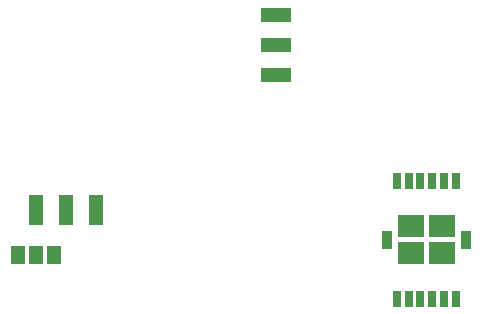
<source format=gbr>
G04 EAGLE Gerber RS-274X export*
G75*
%MOMM*%
%FSLAX34Y34*%
%LPD*%
%INSolderpaste Top*%
%IPPOS*%
%AMOC8*
5,1,8,0,0,1.08239X$1,22.5*%
G01*
%ADD10R,1.168400X1.600200*%
%ADD11R,2.540000X1.270000*%
%ADD12R,1.270000X2.540000*%
%ADD13R,0.950000X1.600000*%
%ADD14R,2.250000X1.900000*%
%ADD15R,0.650000X1.350000*%


D10*
X777240Y279400D03*
X762000Y279400D03*
X746760Y279400D03*
D11*
X965200Y431800D03*
X965200Y457200D03*
X965200Y482600D03*
D12*
X812800Y317500D03*
X787400Y317500D03*
X762000Y317500D03*
D13*
X1058950Y292100D03*
X1125450Y292100D03*
D14*
X1105450Y303600D03*
X1105450Y280600D03*
X1078950Y303600D03*
X1078950Y280600D03*
D15*
X1117200Y341850D03*
X1107200Y341850D03*
X1097200Y341850D03*
X1087200Y341850D03*
X1077200Y341850D03*
X1067200Y341850D03*
X1067200Y242350D03*
X1077200Y242350D03*
X1087200Y242350D03*
X1097200Y242350D03*
X1107200Y242350D03*
X1117200Y242350D03*
M02*

</source>
